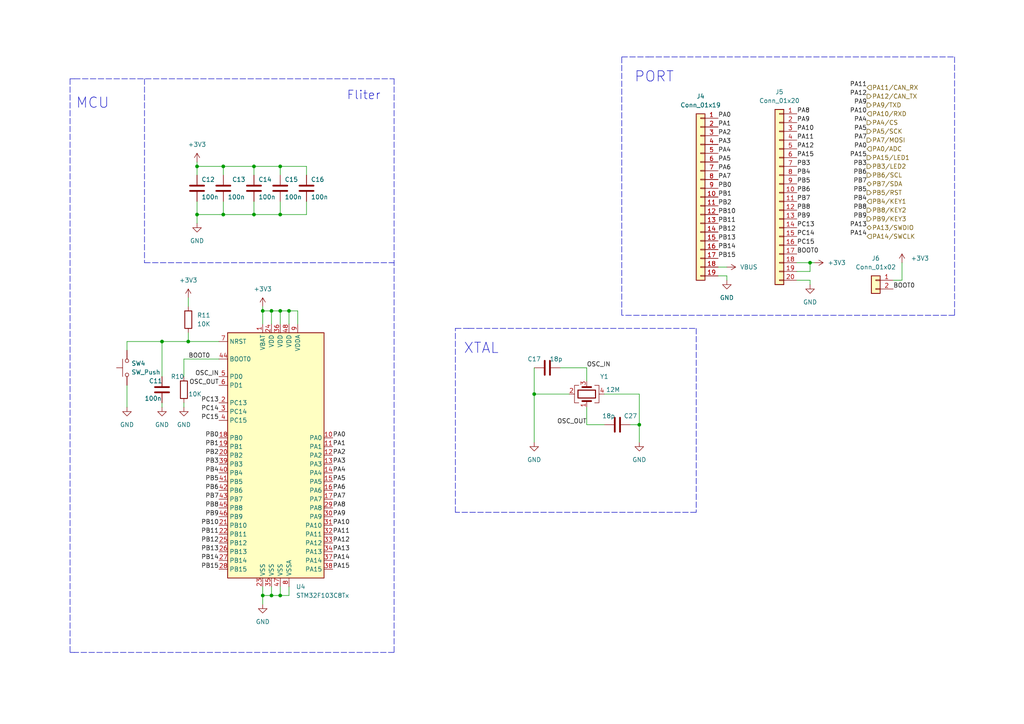
<source format=kicad_sch>
(kicad_sch (version 20211123) (generator eeschema)
  (paper "A4")
  (lib_symbols
    (symbol "Connector_Generic:Conn_01x02" (pin_names (offset 1.016) hide)
      (property "Reference" "J" (at 0 2.54 0))
      (property "Value" "Conn_01x02" (at 0 -5.08 0))
      (symbol "Conn_01x02_1_1"
        (rectangle (start -1.27 -2.413) (end 0 -2.667) (stroke (width 0.1524)))
        (rectangle (start -1.27 0.127) (end 0 -0.127) (stroke (width 0.1524)))
        (rectangle (start -1.27 1.27) (end 1.27 -3.81) (stroke (width 0.254)) (fill (type background)))
        (pin passive line (at -5.08 0 0) (length 3.81) (name "Pin_1") (number "1"))
        (pin passive line (at -5.08 -2.54 0) (length 3.81) (name "Pin_2") (number "2"))
      )
    )
    (symbol "Connector_Generic:Conn_01x19" (pin_names (offset 1.016) hide)
      (property "Reference" "J" (at 0 25.4 0))
      (property "Value" "Conn_01x19" (at 0 -25.4 0))
      (symbol "Conn_01x19_1_1"
        (rectangle (start -1.27 -22.733) (end 0 -22.987) (stroke (width 0.1524)))
        (rectangle (start -1.27 -20.193) (end 0 -20.447) (stroke (width 0.1524)))
        (rectangle (start -1.27 -17.653) (end 0 -17.907) (stroke (width 0.1524)))
        (rectangle (start -1.27 -15.113) (end 0 -15.367) (stroke (width 0.1524)))
        (rectangle (start -1.27 -12.573) (end 0 -12.827) (stroke (width 0.1524)))
        (rectangle (start -1.27 -10.033) (end 0 -10.287) (stroke (width 0.1524)))
        (rectangle (start -1.27 -7.493) (end 0 -7.747) (stroke (width 0.1524)))
        (rectangle (start -1.27 -4.953) (end 0 -5.207) (stroke (width 0.1524)))
        (rectangle (start -1.27 -2.413) (end 0 -2.667) (stroke (width 0.1524)))
        (rectangle (start -1.27 0.127) (end 0 -0.127) (stroke (width 0.1524)))
        (rectangle (start -1.27 2.667) (end 0 2.413) (stroke (width 0.1524)))
        (rectangle (start -1.27 5.207) (end 0 4.953) (stroke (width 0.1524)))
        (rectangle (start -1.27 7.747) (end 0 7.493) (stroke (width 0.1524)))
        (rectangle (start -1.27 10.287) (end 0 10.033) (stroke (width 0.1524)))
        (rectangle (start -1.27 12.827) (end 0 12.573) (stroke (width 0.1524)))
        (rectangle (start -1.27 15.367) (end 0 15.113) (stroke (width 0.1524)))
        (rectangle (start -1.27 17.907) (end 0 17.653) (stroke (width 0.1524)))
        (rectangle (start -1.27 20.447) (end 0 20.193) (stroke (width 0.1524)))
        (rectangle (start -1.27 22.987) (end 0 22.733) (stroke (width 0.1524)))
        (rectangle (start -1.27 24.13) (end 1.27 -24.13) (stroke (width 0.254)) (fill (type background)))
        (pin passive line (at -5.08 22.86 0) (length 3.81) (name "Pin_1") (number "1"))
        (pin passive line (at -5.08 0 0) (length 3.81) (name "Pin_10") (number "10"))
        (pin passive line (at -5.08 -2.54 0) (length 3.81) (name "Pin_11") (number "11"))
        (pin passive line (at -5.08 -5.08 0) (length 3.81) (name "Pin_12") (number "12"))
        (pin passive line (at -5.08 -7.62 0) (length 3.81) (name "Pin_13") (number "13"))
        (pin passive line (at -5.08 -10.16 0) (length 3.81) (name "Pin_14") (number "14"))
        (pin passive line (at -5.08 -12.7 0) (length 3.81) (name "Pin_15") (number "15"))
        (pin passive line (at -5.08 -15.24 0) (length 3.81) (name "Pin_16") (number "16"))
        (pin passive line (at -5.08 -17.78 0) (length 3.81) (name "Pin_17") (number "17"))
        (pin passive line (at -5.08 -20.32 0) (length 3.81) (name "Pin_18") (number "18"))
        (pin passive line (at -5.08 -22.86 0) (length 3.81) (name "Pin_19") (number "19"))
        (pin passive line (at -5.08 20.32 0) (length 3.81) (name "Pin_2") (number "2"))
        (pin passive line (at -5.08 17.78 0) (length 3.81) (name "Pin_3") (number "3"))
        (pin passive line (at -5.08 15.24 0) (length 3.81) (name "Pin_4") (number "4"))
        (pin passive line (at -5.08 12.7 0) (length 3.81) (name "Pin_5") (number "5"))
        (pin passive line (at -5.08 10.16 0) (length 3.81) (name "Pin_6") (number "6"))
        (pin passive line (at -5.08 7.62 0) (length 3.81) (name "Pin_7") (number "7"))
        (pin passive line (at -5.08 5.08 0) (length 3.81) (name "Pin_8") (number "8"))
        (pin passive line (at -5.08 2.54 0) (length 3.81) (name "Pin_9") (number "9"))
      )
    )
    (symbol "Connector_Generic:Conn_01x20" (pin_names (offset 1.016) hide)
      (property "Reference" "J" (at 0 25.4 0))
      (property "Value" "Conn_01x20" (at 0 -27.94 0))
      (symbol "Conn_01x20_1_1"
        (rectangle (start -1.27 -25.273) (end 0 -25.527) (stroke (width 0.1524)))
        (rectangle (start -1.27 -22.733) (end 0 -22.987) (stroke (width 0.1524)))
        (rectangle (start -1.27 -20.193) (end 0 -20.447) (stroke (width 0.1524)))
        (rectangle (start -1.27 -17.653) (end 0 -17.907) (stroke (width 0.1524)))
        (rectangle (start -1.27 -15.113) (end 0 -15.367) (stroke (width 0.1524)))
        (rectangle (start -1.27 -12.573) (end 0 -12.827) (stroke (width 0.1524)))
        (rectangle (start -1.27 -10.033) (end 0 -10.287) (stroke (width 0.1524)))
        (rectangle (start -1.27 -7.493) (end 0 -7.747) (stroke (width 0.1524)))
        (rectangle (start -1.27 -4.953) (end 0 -5.207) (stroke (width 0.1524)))
        (rectangle (start -1.27 -2.413) (end 0 -2.667) (stroke (width 0.1524)))
        (rectangle (start -1.27 0.127) (end 0 -0.127) (stroke (width 0.1524)))
        (rectangle (start -1.27 2.667) (end 0 2.413) (stroke (width 0.1524)))
        (rectangle (start -1.27 5.207) (end 0 4.953) (stroke (width 0.1524)))
        (rectangle (start -1.27 7.747) (end 0 7.493) (stroke (width 0.1524)))
        (rectangle (start -1.27 10.287) (end 0 10.033) (stroke (width 0.1524)))
        (rectangle (start -1.27 12.827) (end 0 12.573) (stroke (width 0.1524)))
        (rectangle (start -1.27 15.367) (end 0 15.113) (stroke (width 0.1524)))
        (rectangle (start -1.27 17.907) (end 0 17.653) (stroke (width 0.1524)))
        (rectangle (start -1.27 20.447) (end 0 20.193) (stroke (width 0.1524)))
        (rectangle (start -1.27 22.987) (end 0 22.733) (stroke (width 0.1524)))
        (rectangle (start -1.27 24.13) (end 1.27 -26.67) (stroke (width 0.254)) (fill (type background)))
        (pin passive line (at -5.08 22.86 0) (length 3.81) (name "Pin_1") (number "1"))
        (pin passive line (at -5.08 0 0) (length 3.81) (name "Pin_10") (number "10"))
        (pin passive line (at -5.08 -2.54 0) (length 3.81) (name "Pin_11") (number "11"))
        (pin passive line (at -5.08 -5.08 0) (length 3.81) (name "Pin_12") (number "12"))
        (pin passive line (at -5.08 -7.62 0) (length 3.81) (name "Pin_13") (number "13"))
        (pin passive line (at -5.08 -10.16 0) (length 3.81) (name "Pin_14") (number "14"))
        (pin passive line (at -5.08 -12.7 0) (length 3.81) (name "Pin_15") (number "15"))
        (pin passive line (at -5.08 -15.24 0) (length 3.81) (name "Pin_16") (number "16"))
        (pin passive line (at -5.08 -17.78 0) (length 3.81) (name "Pin_17") (number "17"))
        (pin passive line (at -5.08 -20.32 0) (length 3.81) (name "Pin_18") (number "18"))
        (pin passive line (at -5.08 -22.86 0) (length 3.81) (name "Pin_19") (number "19"))
        (pin passive line (at -5.08 20.32 0) (length 3.81) (name "Pin_2") (number "2"))
        (pin passive line (at -5.08 -25.4 0) (length 3.81) (name "Pin_20") (number "20"))
        (pin passive line (at -5.08 17.78 0) (length 3.81) (name "Pin_3") (number "3"))
        (pin passive line (at -5.08 15.24 0) (length 3.81) (name "Pin_4") (number "4"))
        (pin passive line (at -5.08 12.7 0) (length 3.81) (name "Pin_5") (number "5"))
        (pin passive line (at -5.08 10.16 0) (length 3.81) (name "Pin_6") (number "6"))
        (pin passive line (at -5.08 7.62 0) (length 3.81) (name "Pin_7") (number "7"))
        (pin passive line (at -5.08 5.08 0) (length 3.81) (name "Pin_8") (number "8"))
        (pin passive line (at -5.08 2.54 0) (length 3.81) (name "Pin_9") (number "9"))
      )
    )
    (symbol "Device:C" (pin_numbers hide) (pin_names (offset 0.254))
      (property "Reference" "C" (at 0.635 2.54 0))
      (property "Value" "C" (at 0.635 -2.54 0))
      (symbol "C_0_1"
        (polyline (pts (xy -2.032 -0.762) (xy 2.032 -0.762)) (stroke (width 0.508)))
        (polyline (pts (xy -2.032 0.762) (xy 2.032 0.762)) (stroke (width 0.508)))
      )
      (symbol "C_1_1"
        (pin passive line (at 0 3.81 270) (length 2.794) (name "~") (number "1"))
        (pin passive line (at 0 -3.81 90) (length 2.794) (name "~") (number "2"))
      )
    )
    (symbol "Device:Crystal_GND24" (pin_names (offset 1.016) hide)
      (property "Reference" "Y" (at 3.175 5.08 0))
      (property "Value" "Crystal_GND24" (at 3.175 3.175 0))
      (symbol "Crystal_GND24_0_1"
        (rectangle (start -1.143 2.54) (end 1.143 -2.54) (stroke (width 0.3048)))
        (polyline (pts (xy -2.54 0) (xy -2.032 0)))
        (polyline (pts (xy -2.032 -1.27) (xy -2.032 1.27)) (stroke (width 0.508)))
        (polyline (pts (xy 0 -3.81) (xy 0 -3.556)))
        (polyline (pts (xy 0 3.556) (xy 0 3.81)))
        (polyline (pts (xy 2.032 -1.27) (xy 2.032 1.27)) (stroke (width 0.508)))
        (polyline (pts (xy 2.032 0) (xy 2.54 0)))
        (polyline (pts (xy -2.54 -2.286) (xy -2.54 -3.556) (xy 2.54 -3.556) (xy 2.54 -2.286)))
        (polyline (pts (xy -2.54 2.286) (xy -2.54 3.556) (xy 2.54 3.556) (xy 2.54 2.286)))
      )
      (symbol "Crystal_GND24_1_1"
        (pin passive line (at -3.81 0 0) (length 1.27) (name "1") (number "1"))
        (pin passive line (at 0 5.08 270) (length 1.27) (name "2") (number "2"))
        (pin passive line (at 3.81 0 180) (length 1.27) (name "3") (number "3"))
        (pin passive line (at 0 -5.08 90) (length 1.27) (name "4") (number "4"))
      )
    )
    (symbol "Device:R" (pin_numbers hide) (pin_names (offset 0))
      (property "Reference" "R" (at 2.032 0 90))
      (property "Value" "R" (at 0 0 90))
      (symbol "R_0_1"
        (rectangle (start -1.016 -2.54) (end 1.016 2.54) (stroke (width 0.254)))
      )
      (symbol "R_1_1"
        (pin passive line (at 0 3.81 270) (length 1.27) (name "~") (number "1"))
        (pin passive line (at 0 -3.81 90) (length 1.27) (name "~") (number "2"))
      )
    )
    (symbol "MCU_ST_STM32F1:STM32F103C8Tx"
      (property "Reference" "U" (at -15.24 36.83 0))
      (property "Value" "STM32F103C8Tx" (at 7.62 36.83 0))
      (symbol "STM32F103C8Tx_0_1"
        (rectangle (start -15.24 -35.56) (end 12.7 35.56) (stroke (width 0.254)) (fill (type background)))
      )
      (symbol "STM32F103C8Tx_1_1"
        (pin power_in line (at -5.08 38.1 270) (length 2.54) (name "VBAT") (number "1"))
        (pin bidirectional line (at 15.24 5.08 180) (length 2.54) (name "PA0") (number "10"))
        (pin bidirectional line (at 15.24 2.54 180) (length 2.54) (name "PA1") (number "11"))
        (pin bidirectional line (at 15.24 0 180) (length 2.54) (name "PA2") (number "12"))
        (pin bidirectional line (at 15.24 -2.54 180) (length 2.54) (name "PA3") (number "13"))
        (pin bidirectional line (at 15.24 -5.08 180) (length 2.54) (name "PA4") (number "14"))
        (pin bidirectional line (at 15.24 -7.62 180) (length 2.54) (name "PA5") (number "15"))
        (pin bidirectional line (at 15.24 -10.16 180) (length 2.54) (name "PA6") (number "16"))
        (pin bidirectional line (at 15.24 -12.7 180) (length 2.54) (name "PA7") (number "17"))
        (pin bidirectional line (at -17.78 5.08 0) (length 2.54) (name "PB0") (number "18"))
        (pin bidirectional line (at -17.78 2.54 0) (length 2.54) (name "PB1") (number "19"))
        (pin bidirectional line (at -17.78 15.24 0) (length 2.54) (name "PC13") (number "2"))
        (pin bidirectional line (at -17.78 0 0) (length 2.54) (name "PB2") (number "20"))
        (pin bidirectional line (at -17.78 -20.32 0) (length 2.54) (name "PB10") (number "21"))
        (pin bidirectional line (at -17.78 -22.86 0) (length 2.54) (name "PB11") (number "22"))
        (pin power_in line (at -5.08 -38.1 90) (length 2.54) (name "VSS") (number "23"))
        (pin power_in line (at -2.54 38.1 270) (length 2.54) (name "VDD") (number "24"))
        (pin bidirectional line (at -17.78 -25.4 0) (length 2.54) (name "PB12") (number "25"))
        (pin bidirectional line (at -17.78 -27.94 0) (length 2.54) (name "PB13") (number "26"))
        (pin bidirectional line (at -17.78 -30.48 0) (length 2.54) (name "PB14") (number "27"))
        (pin bidirectional line (at -17.78 -33.02 0) (length 2.54) (name "PB15") (number "28"))
        (pin bidirectional line (at 15.24 -15.24 180) (length 2.54) (name "PA8") (number "29"))
        (pin bidirectional line (at -17.78 12.7 0) (length 2.54) (name "PC14") (number "3"))
        (pin bidirectional line (at 15.24 -17.78 180) (length 2.54) (name "PA9") (number "30"))
        (pin bidirectional line (at 15.24 -20.32 180) (length 2.54) (name "PA10") (number "31"))
        (pin bidirectional line (at 15.24 -22.86 180) (length 2.54) (name "PA11") (number "32"))
        (pin bidirectional line (at 15.24 -25.4 180) (length 2.54) (name "PA12") (number "33"))
        (pin bidirectional line (at 15.24 -27.94 180) (length 2.54) (name "PA13") (number "34"))
        (pin power_in line (at -2.54 -38.1 90) (length 2.54) (name "VSS") (number "35"))
        (pin power_in line (at 0 38.1 270) (length 2.54) (name "VDD") (number "36"))
        (pin bidirectional line (at 15.24 -30.48 180) (length 2.54) (name "PA14") (number "37"))
        (pin bidirectional line (at 15.24 -33.02 180) (length 2.54) (name "PA15") (number "38"))
        (pin bidirectional line (at -17.78 -2.54 0) (length 2.54) (name "PB3") (number "39"))
        (pin bidirectional line (at -17.78 10.16 0) (length 2.54) (name "PC15") (number "4"))
        (pin bidirectional line (at -17.78 -5.08 0) (length 2.54) (name "PB4") (number "40"))
        (pin bidirectional line (at -17.78 -7.62 0) (length 2.54) (name "PB5") (number "41"))
        (pin bidirectional line (at -17.78 -10.16 0) (length 2.54) (name "PB6") (number "42"))
        (pin bidirectional line (at -17.78 -12.7 0) (length 2.54) (name "PB7") (number "43"))
        (pin input line (at -17.78 27.94 0) (length 2.54) (name "BOOT0") (number "44"))
        (pin bidirectional line (at -17.78 -15.24 0) (length 2.54) (name "PB8") (number "45"))
        (pin bidirectional line (at -17.78 -17.78 0) (length 2.54) (name "PB9") (number "46"))
        (pin power_in line (at 0 -38.1 90) (length 2.54) (name "VSS") (number "47"))
        (pin power_in line (at 2.54 38.1 270) (length 2.54) (name "VDD") (number "48"))
        (pin input line (at -17.78 22.86 0) (length 2.54) (name "PD0") (number "5"))
        (pin input line (at -17.78 20.32 0) (length 2.54) (name "PD1") (number "6"))
        (pin input line (at -17.78 33.02 0) (length 2.54) (name "NRST") (number "7"))
        (pin power_in line (at 2.54 -38.1 90) (length 2.54) (name "VSSA") (number "8"))
        (pin power_in line (at 5.08 38.1 270) (length 2.54) (name "VDDA") (number "9"))
      )
    )
    (symbol "Switch:SW_Push" (pin_numbers hide) (pin_names (offset 1.016) hide)
      (property "Reference" "SW" (at 1.27 2.54 0))
      (property "Value" "SW_Push" (at 0 -1.524 0))
      (symbol "SW_Push_0_1"
        (circle (center -2.032 0) (radius 0.508))
        (polyline (pts (xy 0 1.27) (xy 0 3.048)))
        (polyline (pts (xy 2.54 1.27) (xy -2.54 1.27)))
        (circle (center 2.032 0) (radius 0.508))
        (pin passive line (at -5.08 0 0) (length 2.54) (name "1") (number "1"))
        (pin passive line (at 5.08 0 180) (length 2.54) (name "2") (number "2"))
      )
    )
    (symbol "power:+3V3" (power) (pin_names (offset 0))
      (property "Value" "+3V3" (at 0 3.556 0))
      (symbol "+3V3_0_1"
        (polyline (pts (xy -0.762 1.27) (xy 0 2.54)))
        (polyline (pts (xy 0 0) (xy 0 2.54)))
        (polyline (pts (xy 0 2.54) (xy 0.762 1.27)))
      )
      (symbol "+3V3_1_1"
        (pin power_in line (at 0 0 90) (length 0) hide (name "+3V3") (number "1"))
      )
    )
    (symbol "power:GND" (power) (pin_names (offset 0))
      (property "Value" "GND" (at 0 -3.81 0))
      (symbol "GND_0_1"
        (polyline (pts (xy 0 0) (xy 0 -1.27) (xy 1.27 -1.27) (xy 0 -2.54) (xy -1.27 -1.27) (xy 0 -1.27)))
      )
      (symbol "GND_1_1"
        (pin power_in line (at 0 0 270) (length 0) hide (name "GND") (number "1"))
      )
    )
    (symbol "power:VBUS" (power) (pin_names (offset 0))
      (property "Value" "VBUS" (at 0 3.81 0))
      (symbol "VBUS_0_1"
        (polyline (pts (xy -0.762 1.27) (xy 0 2.54)))
        (polyline (pts (xy 0 0) (xy 0 2.54)))
        (polyline (pts (xy 0 2.54) (xy 0.762 1.27)))
      )
      (symbol "VBUS_1_1"
        (pin power_in line (at 0 0 90) (length 0) hide (name "VBUS") (number "1"))
      )
    )
  )
  (junction (at 83.82 90.17))
  (junction (at 76.2 90.17))
  (junction (at 57.15 62.23))
  (junction (at 64.77 48.26))
  (junction (at 54.61 99.06))
  (junction (at 73.66 48.26))
  (junction (at 81.28 48.26))
  (junction (at 81.28 172.72))
  (junction (at 46.99 99.06))
  (junction (at 64.77 62.23))
  (junction (at 78.74 172.72))
  (junction (at 73.66 62.23))
  (junction (at 76.2 172.72))
  (junction (at 81.28 62.23))
  (junction (at 81.28 90.17))
  (junction (at 234.95 76.2))
  (junction (at 78.74 90.17))
  (junction (at 154.94 114.3))
  (junction (at 185.42 123.19))
  (junction (at 57.15 48.26))
  (wire (pts (xy 53.34 116.84) (xy 53.34 118.11)))
  (wire (pts (xy 182.88 123.19) (xy 185.42 123.19)))
  (wire (pts (xy 210.82 81.28) (xy 210.82 80.01)))
  (wire (pts (xy 36.83 101.6) (xy 36.83 99.06)))
  (wire (pts (xy 63.5 104.14) (xy 53.34 104.14)))
  (wire (pts (xy 88.9 50.8) (xy 88.9 48.26)))
  (polyline (pts (xy 135.89 95.25) (xy 201.93 95.25)))
  (wire (pts (xy 86.36 90.17) (xy 83.82 90.17)))
  (wire (pts (xy 154.94 106.68) (xy 154.94 114.3)))
  (wire (pts (xy 81.28 90.17) (xy 78.74 90.17)))
  (polyline (pts (xy 276.86 91.44) (xy 180.34 91.44)))
  (wire (pts (xy 64.77 48.26) (xy 57.15 48.26)))
  (polyline (pts (xy 201.93 148.59) (xy 132.08 148.59)))
  (wire (pts (xy 83.82 170.18) (xy 83.82 172.72)))
  (wire (pts (xy 185.42 114.3) (xy 185.42 123.19)))
  (wire (pts (xy 83.82 90.17) (xy 81.28 90.17)))
  (wire (pts (xy 81.28 172.72) (xy 78.74 172.72)))
  (polyline (pts (xy 41.91 76.2) (xy 114.3 76.2)))
  (polyline (pts (xy 276.86 16.51) (xy 276.86 91.44)))
  (wire (pts (xy 76.2 170.18) (xy 76.2 172.72)))
  (wire (pts (xy 57.15 58.42) (xy 57.15 62.23)))
  (polyline (pts (xy 201.93 95.25) (xy 201.93 148.59)))
  (wire (pts (xy 78.74 90.17) (xy 76.2 90.17)))
  (wire (pts (xy 170.18 110.49) (xy 170.18 106.68)))
  (wire (pts (xy 73.66 48.26) (xy 64.77 48.26)))
  (polyline (pts (xy 180.34 16.51) (xy 187.96 16.51)))
  (wire (pts (xy 185.42 123.19) (xy 185.42 128.27)))
  (wire (pts (xy 57.15 48.26) (xy 57.15 50.8)))
  (wire (pts (xy 170.18 106.68) (xy 162.56 106.68)))
  (wire (pts (xy 53.34 104.14) (xy 53.34 109.22)))
  (polyline (pts (xy 114.3 189.23) (xy 21.59 189.23)))
  (wire (pts (xy 83.82 172.72) (xy 81.28 172.72)))
  (wire (pts (xy 88.9 48.26) (xy 81.28 48.26)))
  (wire (pts (xy 64.77 48.26) (xy 64.77 50.8)))
  (wire (pts (xy 234.95 76.2) (xy 236.22 76.2)))
  (wire (pts (xy 78.74 90.17) (xy 78.74 93.98)))
  (wire (pts (xy 170.18 123.19) (xy 175.26 123.19)))
  (wire (pts (xy 81.28 170.18) (xy 81.28 172.72)))
  (wire (pts (xy 231.14 78.74) (xy 234.95 78.74)))
  (wire (pts (xy 81.28 48.26) (xy 73.66 48.26)))
  (wire (pts (xy 208.28 77.47) (xy 210.82 77.47)))
  (wire (pts (xy 86.36 93.98) (xy 86.36 90.17)))
  (polyline (pts (xy 132.08 95.25) (xy 135.89 95.25)))
  (wire (pts (xy 73.66 62.23) (xy 64.77 62.23)))
  (polyline (pts (xy 41.91 22.86) (xy 41.91 76.2)))
  (wire (pts (xy 46.99 99.06) (xy 54.61 99.06)))
  (wire (pts (xy 36.83 111.76) (xy 36.83 118.11)))
  (wire (pts (xy 261.62 76.2) (xy 261.62 81.28)))
  (wire (pts (xy 88.9 58.42) (xy 88.9 62.23)))
  (wire (pts (xy 78.74 172.72) (xy 76.2 172.72)))
  (wire (pts (xy 81.28 48.26) (xy 81.28 50.8)))
  (wire (pts (xy 76.2 172.72) (xy 76.2 175.26)))
  (polyline (pts (xy 187.96 16.51) (xy 276.86 16.51)))
  (wire (pts (xy 54.61 86.36) (xy 54.61 88.9)))
  (wire (pts (xy 261.62 81.28) (xy 259.08 81.28)))
  (wire (pts (xy 76.2 88.9) (xy 76.2 90.17)))
  (wire (pts (xy 210.82 80.01) (xy 208.28 80.01)))
  (wire (pts (xy 76.2 90.17) (xy 76.2 93.98)))
  (wire (pts (xy 54.61 99.06) (xy 63.5 99.06)))
  (wire (pts (xy 231.14 76.2) (xy 234.95 76.2)))
  (polyline (pts (xy 20.32 189.23) (xy 21.59 189.23)))
  (wire (pts (xy 81.28 58.42) (xy 81.28 62.23)))
  (wire (pts (xy 73.66 48.26) (xy 73.66 50.8)))
  (wire (pts (xy 73.66 58.42) (xy 73.66 62.23)))
  (polyline (pts (xy 132.08 148.59) (xy 132.08 95.25)))
  (polyline (pts (xy 20.32 22.86) (xy 21.59 22.86)))
  (wire (pts (xy 175.26 114.3) (xy 185.42 114.3)))
  (polyline (pts (xy 180.34 91.44) (xy 180.34 16.51)))
  (wire (pts (xy 36.83 99.06) (xy 46.99 99.06)))
  (wire (pts (xy 64.77 58.42) (xy 64.77 62.23)))
  (wire (pts (xy 154.94 114.3) (xy 154.94 128.27)))
  (wire (pts (xy 170.18 118.11) (xy 170.18 123.19)))
  (wire (pts (xy 78.74 170.18) (xy 78.74 172.72)))
  (wire (pts (xy 81.28 90.17) (xy 81.28 93.98)))
  (wire (pts (xy 83.82 90.17) (xy 83.82 93.98)))
  (wire (pts (xy 64.77 62.23) (xy 57.15 62.23)))
  (polyline (pts (xy 114.3 22.86) (xy 114.3 189.23)))
  (polyline (pts (xy 21.59 22.86) (xy 114.3 22.86)))
  (wire (pts (xy 57.15 62.23) (xy 57.15 64.77)))
  (wire (pts (xy 154.94 114.3) (xy 165.1 114.3)))
  (wire (pts (xy 46.99 116.84) (xy 46.99 118.11)))
  (wire (pts (xy 234.95 78.74) (xy 234.95 76.2)))
  (wire (pts (xy 81.28 62.23) (xy 73.66 62.23)))
  (wire (pts (xy 46.99 99.06) (xy 46.99 109.22)))
  (wire (pts (xy 57.15 46.99) (xy 57.15 48.26)))
  (wire (pts (xy 231.14 81.28) (xy 234.95 81.28)))
  (polyline (pts (xy 20.32 22.86) (xy 20.32 189.23)))
  (wire (pts (xy 54.61 96.52) (xy 54.61 99.06)))
  (wire (pts (xy 234.95 81.28) (xy 234.95 82.55)))
  (wire (pts (xy 88.9 62.23) (xy 81.28 62.23)))
  (text "Fliter" (at 110.49 29.21 180) (effects (font (size 2.5 2.5)) (justify right bottom)))
  (text "MCU\n" (at 31.75 31.75 180) (effects (font (size 3 3)) (justify right bottom)))
  (text "XTAL" (at 144.78 102.87 180) (effects (font (size 3 3)) (justify right bottom)))
  (text "PORT" (at 195.58 24.13 180) (effects (font (size 3 3)) (justify right bottom)))
  (label "BOOT0" (at 60.96 104.14 180))
  (label "PA2" (at 208.28 39.37 0))
  (label "PB13" (at 63.5 160.02 180))
  (label "PA10" (at 96.52 152.4 0))
  (label "PA7" (at 251.46 40.64 180))
  (label "PA14" (at 96.52 162.56 0))
  (label "PB11" (at 208.28 64.77 0))
  (label "PB3" (at 63.5 134.62 180))
  (label "PB15" (at 63.5 165.1 180))
  (label "PA5" (at 208.28 46.99 0))
  (label "PB15" (at 208.28 74.93 0))
  (label "PB7" (at 231.14 58.42 0))
  (label "PA6" (at 208.28 49.53 0))
  (label "PB4" (at 63.5 137.16 180))
  (label "PB10" (at 63.5 152.4 180))
  (label "OSC_OUT" (at 63.5 111.76 180))
  (label "PB12" (at 208.28 67.31 0))
  (label "PA9" (at 96.52 149.86 0))
  (label "PC14" (at 63.5 119.38 180))
  (label "PA0" (at 96.52 127 0))
  (label "PB1" (at 63.5 129.54 180))
  (label "PA5" (at 96.52 139.7 0))
  (label "PB9" (at 63.5 149.86 180))
  (label "PB10" (at 208.28 62.23 0))
  (label "PB14" (at 208.28 72.39 0))
  (label "PB6" (at 231.14 55.88 0))
  (label "PA10" (at 231.14 38.1 0))
  (label "PA10" (at 251.46 33.02 180))
  (label "PB2" (at 63.5 132.08 180))
  (label "PA2" (at 96.52 132.08 0))
  (label "OSC_OUT" (at 170.18 123.19 180))
  (label "PB4" (at 231.14 50.8 0))
  (label "PA1" (at 96.52 129.54 0))
  (label "OSC_IN" (at 63.5 109.22 180))
  (label "PA8" (at 231.14 33.02 0))
  (label "PA9" (at 231.14 35.56 0))
  (label "PC14" (at 231.14 68.58 0))
  (label "PA11" (at 231.14 40.64 0))
  (label "PA4" (at 96.52 137.16 0))
  (label "PA8" (at 96.52 147.32 0))
  (label "PA3" (at 96.52 134.62 0))
  (label "PB14" (at 63.5 162.56 180))
  (label "PB6" (at 251.46 50.8 180))
  (label "PA12" (at 251.46 27.94 180))
  (label "PA6" (at 96.52 142.24 0))
  (label "PB1" (at 208.28 57.15 0))
  (label "PC15" (at 231.14 71.12 0))
  (label "PA12" (at 231.14 43.18 0))
  (label "PC13" (at 231.14 66.04 0))
  (label "PB2" (at 208.28 59.69 0))
  (label "PA13" (at 96.52 160.02 0))
  (label "PB7" (at 251.46 53.34 180))
  (label "PB6" (at 63.5 142.24 180))
  (label "PC13" (at 63.5 116.84 180))
  (label "PA7" (at 208.28 52.07 0))
  (label "PB5" (at 63.5 139.7 180))
  (label "PB13" (at 208.28 69.85 0))
  (label "PB5" (at 231.14 53.34 0))
  (label "PA3" (at 208.28 41.91 0))
  (label "PB0" (at 63.5 127 180))
  (label "PA15" (at 231.14 45.72 0))
  (label "PA1" (at 208.28 36.83 0))
  (label "PB3" (at 251.46 48.26 180))
  (label "PB8" (at 231.14 60.96 0))
  (label "BOOT0" (at 259.08 83.82 0))
  (label "PA5" (at 251.46 38.1 180))
  (label "PA12" (at 96.52 157.48 0))
  (label "PB7" (at 63.5 144.78 180))
  (label "PB9" (at 251.46 63.5 180))
  (label "PA15" (at 251.46 45.72 180))
  (label "PA11" (at 96.52 154.94 0))
  (label "PC15" (at 63.5 121.92 180))
  (label "PA0" (at 251.46 43.18 180))
  (label "PB9" (at 231.14 63.5 0))
  (label "PB4" (at 251.46 58.42 180))
  (label "PB12" (at 63.5 157.48 180))
  (label "PB3" (at 231.14 48.26 0))
  (label "PB8" (at 63.5 147.32 180))
  (label "PB8" (at 251.46 60.96 180))
  (label "PA9" (at 251.46 30.48 180))
  (label "PA14" (at 251.46 68.58 180))
  (label "BOOT0" (at 231.14 73.66 0))
  (label "PA4" (at 251.46 35.56 180))
  (label "PB11" (at 63.5 154.94 180))
  (label "OSC_IN" (at 170.18 106.68 0))
  (label "PA11" (at 251.46 25.4 180))
  (label "PA7" (at 96.52 144.78 0))
  (label "PA13" (at 251.46 66.04 180))
  (label "PA15" (at 96.52 165.1 0))
  (label "PB0" (at 208.28 54.61 0))
  (label "PB5" (at 251.46 55.88 180))
  (label "PA0" (at 208.28 34.29 0))
  (label "PA4" (at 208.28 44.45 0))
  (hierarchical_label "PA15{slash}LED1" (shape output) (at 251.46 45.72 0))
  (hierarchical_label "PA0{slash}ADC" (shape input) (at 251.46 43.18 0))
  (hierarchical_label "PB6{slash}SCL" (shape output) (at 251.46 50.8 0))
  (hierarchical_label "PA7{slash}MOSI" (shape output) (at 251.46 40.64 0))
  (hierarchical_label "PA11{slash}CAN_RX" (shape input) (at 251.46 25.4 0))
  (hierarchical_label "PA14{slash}SWCLK" (shape input) (at 251.46 68.58 0))
  (hierarchical_label "PA5{slash}SCK" (shape output) (at 251.46 38.1 0))
  (hierarchical_label "PA4{slash}CS" (shape output) (at 251.46 35.56 0))
  (hierarchical_label "PB8{slash}KEY2" (shape output) (at 251.46 60.96 0))
  (hierarchical_label "PA9{slash}TXD" (shape output) (at 251.46 30.48 0))
  (hierarchical_label "PA12{slash}CAN_TX" (shape output) (at 251.46 27.94 0))
  (hierarchical_label "PB4{slash}KEY1" (shape input) (at 251.46 58.42 0))
  (hierarchical_label "PB7{slash}SDA" (shape bidirectional) (at 251.46 53.34 0))
  (hierarchical_label "PB9{slash}KEY3" (shape output) (at 251.46 63.5 0))
  (hierarchical_label "PB3{slash}LED2" (shape output) (at 251.46 48.26 0))
  (hierarchical_label "PA13{slash}SWDIO" (shape tri_state) (at 251.46 66.04 0))
  (hierarchical_label "PB5{slash}RST" (shape output) (at 251.46 55.88 0))
  (hierarchical_label "PA10{slash}RXD" (shape input) (at 251.46 33.02 0))
  (symbol (lib_id "power:GND") (at 46.99 118.11 0) (unit 1)
    (property "Reference" "#PWR044" (effects hide))
    (property "Value" "GND" (at 46.99 123.19 0))
  )
  (symbol (lib_id "MCU_ST_STM32F1:STM32F103C8Tx") (at 81.28 132.08 0) (unit 1)
    (property "Reference" "U4" (at 85.8394 170.18 0) (effects (justify left)))
    (property "Value" "STM32F103C8Tx" (at 85.8394 172.72 0) (effects (justify left)))
    (property "Footprint" "Package_QFP:LQFP-48_7x7mm_P0.5mm" (effects hide))
    (property "Datasheet" "http://www.st.com/st-web-ui/static/active/en/resource/technical/document/datasheet/CD00161566.pdf" (effects hide))
  )
  (symbol (lib_id "Device:C") (at 179.07 123.19 90) (unit 1)
    (property "Reference" "C27" (at 182.88 120.65 90))
    (property "Value" "18p" (at 176.53 120.65 90))
    (property "Footprint" "Capacitor_SMD:C_0603_1608Metric" (effects hide))
  )
  (symbol (lib_id "Device:C") (at 46.99 113.03 0) (unit 1)
    (property "Reference" "C11" (at 43.18 110.49 0) (effects (justify left)))
    (property "Value" "100n" (at 41.91 115.57 0) (effects (justify left)))
    (property "Footprint" "Capacitor_SMD:C_0603_1608Metric" (effects hide))
  )
  (symbol (lib_id "power:+3V3") (at 54.61 86.36 0) (unit 1)
    (property "Reference" "#PWR046" (effects hide))
    (property "Value" "+3V3" (at 54.61 81.28 0))
  )
  (symbol (lib_id "Device:R") (at 54.61 92.71 0) (unit 1)
    (property "Reference" "R11" (at 57.15 91.4399 0) (effects (justify left)))
    (property "Value" "10K" (at 57.15 93.9799 0) (effects (justify left)))
    (property "Footprint" "Resistor_SMD:R_0603_1608Metric" (effects hide))
  )
  (symbol (lib_id "Device:C") (at 81.28 54.61 0) (unit 1)
    (property "Reference" "C15" (at 82.55 52.07 0) (effects (justify left)))
    (property "Value" "100n" (at 82.55 57.15 0) (effects (justify left)))
    (property "Footprint" "Capacitor_SMD:C_0603_1608Metric" (effects hide))
  )
  (symbol (lib_id "Connector_Generic:Conn_01x20") (at 226.06 55.88 0) (mirror y) (unit 1)
    (property "Reference" "J5" (at 226.06 26.67 0))
    (property "Value" "Conn_01x20" (at 226.06 29.21 0))
    (property "Footprint" "Connector_PinHeader_2.54mm:PinHeader_1x20_P2.54mm_Vertical" (effects hide))
  )
  (symbol (lib_id "Connector_Generic:Conn_01x19") (at 203.2 57.15 0) (mirror y) (unit 1)
    (property "Reference" "J4" (at 203.2 27.94 0))
    (property "Value" "Conn_01x19" (at 203.2 30.48 0))
    (property "Footprint" "Connector_PinHeader_2.54mm:PinHeader_1x19_P2.54mm_Vertical" (effects hide))
  )
  (symbol (lib_id "Device:R") (at 53.34 113.03 0) (unit 1)
    (property "Reference" "R10" (at 49.53 109.22 0) (effects (justify left)))
    (property "Value" "10K" (at 54.61 114.3 0) (effects (justify left)))
    (property "Footprint" "Resistor_SMD:R_0603_1608Metric" (effects hide))
  )
  (symbol (lib_id "power:GND") (at 57.15 64.77 0) (unit 1)
    (property "Reference" "#PWR048" (effects hide))
    (property "Value" "GND" (at 57.15 69.85 0))
  )
  (symbol (lib_id "power:GND") (at 154.94 128.27 0) (unit 1)
    (property "Reference" "#PWR051" (effects hide))
    (property "Value" "GND" (at 154.94 133.35 0))
  )
  (symbol (lib_id "Connector_Generic:Conn_01x02") (at 254 81.28 0) (mirror y) (unit 1)
    (property "Reference" "J6" (at 254 74.93 0))
    (property "Value" "Conn_01x02" (at 254 77.47 0))
    (property "Footprint" "Connector_PinHeader_2.54mm:PinHeader_1x02_P2.54mm_Vertical" (effects hide))
  )
  (symbol (lib_id "power:VBUS") (at 210.82 77.47 270) (unit 1)
    (property "Reference" "#PWR053" (effects hide))
    (property "Value" "VBUS" (at 214.63 77.4699 90) (effects (justify left)))
  )
  (symbol (lib_id "power:GND") (at 53.34 118.11 0) (unit 1)
    (property "Reference" "#PWR045" (effects hide))
    (property "Value" "GND" (at 53.34 123.19 0))
  )
  (symbol (lib_id "Device:C") (at 64.77 54.61 0) (unit 1)
    (property "Reference" "C13" (at 67.31 52.07 0) (effects (justify left)))
    (property "Value" "100n" (at 66.04 57.15 0) (effects (justify left)))
    (property "Footprint" "Capacitor_SMD:C_0603_1608Metric" (effects hide))
  )
  (symbol (lib_id "power:GND") (at 185.42 128.27 0) (unit 1)
    (property "Reference" "#PWR052" (effects hide))
    (property "Value" "GND" (at 185.42 133.35 0))
  )
  (symbol (lib_id "Device:C") (at 73.66 54.61 0) (unit 1)
    (property "Reference" "C14" (at 74.93 52.07 0) (effects (justify left)))
    (property "Value" "100n" (at 74.93 57.15 0) (effects (justify left)))
    (property "Footprint" "Capacitor_SMD:C_0603_1608Metric" (effects hide))
  )
  (symbol (lib_id "Device:C") (at 88.9 54.61 0) (unit 1)
    (property "Reference" "C16" (at 90.17 52.07 0) (effects (justify left)))
    (property "Value" "100n" (at 90.17 57.15 0) (effects (justify left)))
    (property "Footprint" "Capacitor_SMD:C_0603_1608Metric" (effects hide))
  )
  (symbol (lib_id "power:GND") (at 36.83 118.11 0) (unit 1)
    (property "Reference" "#PWR043" (effects hide))
    (property "Value" "GND" (at 36.83 123.19 0))
  )
  (symbol (lib_id "power:+3V3") (at 57.15 46.99 0) (unit 1)
    (property "Reference" "#PWR047" (effects hide))
    (property "Value" "+3V3" (at 57.15 41.91 0))
  )
  (symbol (lib_id "Device:Crystal_GND24") (at 170.18 114.3 90) (unit 1)
    (property "Reference" "Y1" (at 175.26 109.22 90))
    (property "Value" "12M" (at 177.8 113.03 90))
    (property "Footprint" "Crystal:Crystal_SMD_3225-4Pin_3.2x2.5mm" (effects hide))
  )
  (symbol (lib_id "power:+3V3") (at 261.62 76.2 0) (unit 1)
    (property "Reference" "#PWR057" (effects hide))
    (property "Value" "+3V3" (at 264.16 74.9299 0) (effects (justify left)))
  )
  (symbol (lib_id "Switch:SW_Push") (at 36.83 106.68 90) (unit 1)
    (property "Reference" "SW4" (at 38.1 105.4099 90) (effects (justify right)))
    (property "Value" "SW_Push" (at 38.1 107.9499 90) (effects (justify right)))
    (property "Footprint" "Button_Switch_SMD:SW_Push_1P1T_NO_6x6mm_H9.5mm" (effects hide))
  )
  (symbol (lib_id "power:+3V3") (at 236.22 76.2 270) (unit 1)
    (property "Reference" "#PWR056" (effects hide))
    (property "Value" "+3V3" (at 240.03 76.1999 90) (effects (justify left)))
  )
  (symbol (lib_id "power:+3V3") (at 76.2 88.9 0) (unit 1)
    (property "Reference" "#PWR049" (effects hide))
    (property "Value" "+3V3" (at 76.2 83.82 0))
  )
  (symbol (lib_id "Device:C") (at 57.15 54.61 0) (unit 1)
    (property "Reference" "C12" (at 58.42 52.07 0) (effects (justify left)))
    (property "Value" "100n" (at 58.42 57.15 0) (effects (justify left)))
    (property "Footprint" "Capacitor_SMD:C_0603_1608Metric" (effects hide))
  )
  (symbol (lib_id "power:GND") (at 76.2 175.26 0) (unit 1)
    (property "Reference" "#PWR050" (effects hide))
    (property "Value" "GND" (at 76.2 180.34 0))
  )
  (symbol (lib_id "Device:C") (at 158.75 106.68 90) (unit 1)
    (property "Reference" "C17" (at 154.94 104.14 90))
    (property "Value" "18p" (at 161.29 104.14 90))
    (property "Footprint" "Capacitor_SMD:C_0603_1608Metric" (effects hide))
  )
  (symbol (lib_id "power:GND") (at 234.95 82.55 0) (unit 1)
    (property "Reference" "#PWR055" (effects hide))
    (property "Value" "GND" (at 234.95 87.63 0))
  )
  (symbol (lib_id "power:GND") (at 210.82 81.28 0) (unit 1)
    (property "Reference" "#PWR054" (effects hide))
    (property "Value" "GND" (at 210.82 86.36 0))
  )
)
</source>
